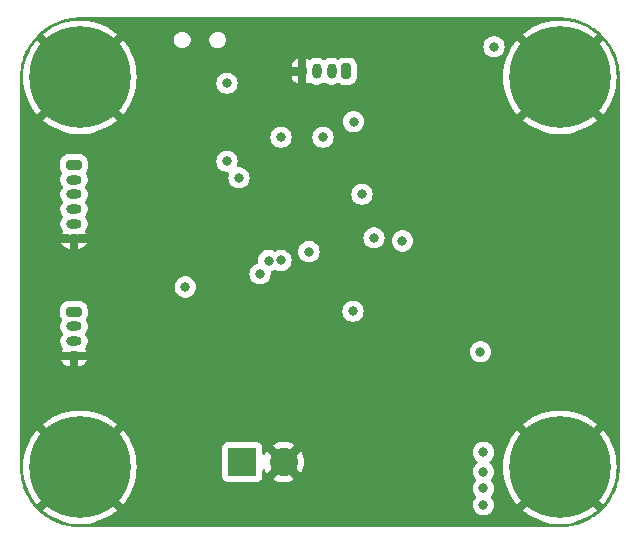
<source format=gbr>
%TF.GenerationSoftware,KiCad,Pcbnew,7.0.10*%
%TF.CreationDate,2024-03-14T18:53:23+05:30*%
%TF.ProjectId,STM32_4LAYER,53544d33-325f-4344-9c41-5945522e6b69,rev?*%
%TF.SameCoordinates,Original*%
%TF.FileFunction,Copper,L2,Inr*%
%TF.FilePolarity,Positive*%
%FSLAX46Y46*%
G04 Gerber Fmt 4.6, Leading zero omitted, Abs format (unit mm)*
G04 Created by KiCad (PCBNEW 7.0.10) date 2024-03-14 18:53:23*
%MOMM*%
%LPD*%
G01*
G04 APERTURE LIST*
G04 Aperture macros list*
%AMRoundRect*
0 Rectangle with rounded corners*
0 $1 Rounding radius*
0 $2 $3 $4 $5 $6 $7 $8 $9 X,Y pos of 4 corners*
0 Add a 4 corners polygon primitive as box body*
4,1,4,$2,$3,$4,$5,$6,$7,$8,$9,$2,$3,0*
0 Add four circle primitives for the rounded corners*
1,1,$1+$1,$2,$3*
1,1,$1+$1,$4,$5*
1,1,$1+$1,$6,$7*
1,1,$1+$1,$8,$9*
0 Add four rect primitives between the rounded corners*
20,1,$1+$1,$2,$3,$4,$5,0*
20,1,$1+$1,$4,$5,$6,$7,0*
20,1,$1+$1,$6,$7,$8,$9,0*
20,1,$1+$1,$8,$9,$2,$3,0*%
G04 Aperture macros list end*
%TA.AperFunction,ComponentPad*%
%ADD10RoundRect,0.200000X-0.450000X0.200000X-0.450000X-0.200000X0.450000X-0.200000X0.450000X0.200000X0*%
%TD*%
%TA.AperFunction,ComponentPad*%
%ADD11O,1.300000X0.800000*%
%TD*%
%TA.AperFunction,ComponentPad*%
%ADD12RoundRect,0.200000X0.200000X0.450000X-0.200000X0.450000X-0.200000X-0.450000X0.200000X-0.450000X0*%
%TD*%
%TA.AperFunction,ComponentPad*%
%ADD13O,0.800000X1.300000*%
%TD*%
%TA.AperFunction,ComponentPad*%
%ADD14C,0.900000*%
%TD*%
%TA.AperFunction,ComponentPad*%
%ADD15C,8.600000*%
%TD*%
%TA.AperFunction,ComponentPad*%
%ADD16R,2.400000X2.400000*%
%TD*%
%TA.AperFunction,ComponentPad*%
%ADD17C,2.400000*%
%TD*%
%TA.AperFunction,ViaPad*%
%ADD18C,0.800000*%
%TD*%
G04 APERTURE END LIST*
D10*
%TO.N,+3.3V*%
%TO.C,J5*%
X154430200Y-98582000D03*
D11*
%TO.N,TX*%
X154430200Y-99832000D03*
%TO.N,RX*%
X154430200Y-101082000D03*
%TO.N,GND*%
X154430200Y-102332000D03*
%TD*%
D12*
%TO.N,+3.3V*%
%TO.C,J4*%
X177490600Y-78230200D03*
D13*
%TO.N,SCL*%
X176240600Y-78230200D03*
%TO.N,SDA*%
X174990600Y-78230200D03*
%TO.N,GND*%
X173740600Y-78230200D03*
%TD*%
D14*
%TO.N,GND*%
%TO.C,H2*%
X192355000Y-78740000D03*
X193299581Y-76459581D03*
X193299581Y-81020419D03*
X195580000Y-75515000D03*
D15*
X195580000Y-78740000D03*
D14*
X195580000Y-81965000D03*
X197860419Y-76459581D03*
X197860419Y-81020419D03*
X198805000Y-78740000D03*
%TD*%
%TO.N,GND*%
%TO.C,H4*%
X192355000Y-111760000D03*
X193299581Y-109479581D03*
X193299581Y-114040419D03*
X195580000Y-108535000D03*
D15*
X195580000Y-111760000D03*
D14*
X195580000Y-114985000D03*
X197860419Y-109479581D03*
X197860419Y-114040419D03*
X198805000Y-111760000D03*
%TD*%
D10*
%TO.N,+3.3V*%
%TO.C,J6*%
X154432000Y-86155200D03*
D11*
%TO.N,MOSI*%
X154432000Y-87405200D03*
%TO.N,MISO*%
X154432000Y-88655200D03*
%TO.N,SCK*%
X154432000Y-89905200D03*
%TO.N,NSS*%
X154432000Y-91155200D03*
%TO.N,GND*%
X154432000Y-92405200D03*
%TD*%
D14*
%TO.N,GND*%
%TO.C,H3*%
X151715000Y-111760000D03*
X152659581Y-109479581D03*
X152659581Y-114040419D03*
X154940000Y-108535000D03*
D15*
X154940000Y-111760000D03*
D14*
X154940000Y-114985000D03*
X157220419Y-109479581D03*
X157220419Y-114040419D03*
X158165000Y-111760000D03*
%TD*%
D16*
%TO.N,VCC*%
%TO.C,J2*%
X168684000Y-111314000D03*
D17*
%TO.N,GND*%
X172184000Y-111314000D03*
%TD*%
D14*
%TO.N,GND*%
%TO.C,H1*%
X151715000Y-78740000D03*
X152659581Y-76459581D03*
X152659581Y-81020419D03*
X154940000Y-75515000D03*
D15*
X154940000Y-78740000D03*
D14*
X154940000Y-81965000D03*
X157220419Y-76459581D03*
X157220419Y-81020419D03*
X158165000Y-78740000D03*
%TD*%
D18*
%TO.N,GND*%
X191643000Y-90424000D03*
X192659000Y-90424000D03*
X190011000Y-77705000D03*
X181610000Y-76073000D03*
X193675000Y-90424000D03*
X179832000Y-90750000D03*
X175768000Y-100076000D03*
X161163000Y-93091000D03*
X165481000Y-93980000D03*
X165735000Y-90932000D03*
X165100000Y-84201000D03*
X170307000Y-84582000D03*
%TO.N,+3.3V*%
X168402000Y-87249000D03*
X188849000Y-101981000D03*
X189992000Y-76155000D03*
X163852331Y-96497669D03*
%TO.N,SCK*%
X170180000Y-95377000D03*
%TO.N,MISO*%
X170926751Y-94263413D03*
%TO.N,MOSI*%
X171958000Y-94250000D03*
%TO.N,+3.3V*%
X178816000Y-88646000D03*
X178054000Y-98552000D03*
X167386000Y-79248000D03*
%TO.N,GND*%
X162814000Y-79248000D03*
%TO.N,+3.3V*%
X171958000Y-83820000D03*
X167386000Y-85852000D03*
X175514000Y-83820000D03*
%TO.N,NRST*%
X178104800Y-82499200D03*
X174320200Y-93497400D03*
%TO.N,GND*%
X181864000Y-99314000D03*
X181864000Y-100584000D03*
X194056000Y-105029000D03*
X192913000Y-105029000D03*
X191770000Y-105029000D03*
%TO.N,+3.3V*%
X189103000Y-110490000D03*
X189103000Y-112141000D03*
X189103000Y-113538000D03*
X189103000Y-114935000D03*
%TO.N,GND*%
X178435000Y-109474000D03*
X177165000Y-109474000D03*
X175895000Y-109474000D03*
X175895000Y-108077000D03*
X177165000Y-108077000D03*
X178562000Y-108077000D03*
X179832000Y-108077000D03*
X181864000Y-101727000D03*
X180594000Y-101727000D03*
X187960000Y-106299000D03*
X187960000Y-105156000D03*
%TO.N,USB_D-*%
X182245000Y-92598400D03*
X179832000Y-92329000D03*
%TD*%
%TA.AperFunction,Conductor*%
%TO.N,GND*%
G36*
X195582562Y-73660605D02*
G01*
X195797373Y-73669490D01*
X196000249Y-73678348D01*
X196010120Y-73679177D01*
X196225510Y-73706026D01*
X196225963Y-73706084D01*
X196428504Y-73732749D01*
X196437718Y-73734319D01*
X196649797Y-73778787D01*
X196650827Y-73779009D01*
X196850566Y-73823290D01*
X196859092Y-73825502D01*
X196996957Y-73866546D01*
X197066503Y-73887251D01*
X197068407Y-73887835D01*
X197119925Y-73904078D01*
X197263404Y-73949316D01*
X197271119Y-73952034D01*
X197472754Y-74030712D01*
X197475027Y-74031626D01*
X197663987Y-74109896D01*
X197670965Y-74113043D01*
X197865405Y-74208098D01*
X197868080Y-74209449D01*
X197958300Y-74256415D01*
X198049482Y-74303882D01*
X198055698Y-74307348D01*
X198241533Y-74418081D01*
X198244685Y-74420024D01*
X198417116Y-74529875D01*
X198422545Y-74533538D01*
X198598570Y-74659218D01*
X198602002Y-74661759D01*
X198764219Y-74786232D01*
X198768874Y-74789985D01*
X198933920Y-74929771D01*
X198937552Y-74932972D01*
X199088327Y-75071132D01*
X199092235Y-75074873D01*
X199245125Y-75227763D01*
X199248866Y-75231671D01*
X199387026Y-75382446D01*
X199390227Y-75386078D01*
X199530013Y-75551124D01*
X199533766Y-75555779D01*
X199658239Y-75717996D01*
X199660780Y-75721428D01*
X199786460Y-75897453D01*
X199790123Y-75902882D01*
X199899974Y-76075313D01*
X199901917Y-76078465D01*
X200012650Y-76264300D01*
X200016116Y-76270516D01*
X200110534Y-76451889D01*
X200111946Y-76454686D01*
X200206942Y-76649004D01*
X200210102Y-76656011D01*
X200288351Y-76844920D01*
X200289307Y-76847298D01*
X200325149Y-76939151D01*
X200355191Y-77016144D01*
X200367949Y-77048838D01*
X200370693Y-77056627D01*
X200432163Y-77251591D01*
X200432747Y-77253495D01*
X200494494Y-77460898D01*
X200496710Y-77469441D01*
X200540949Y-77668987D01*
X200541249Y-77670380D01*
X200585675Y-77882260D01*
X200587253Y-77891521D01*
X200613887Y-78093829D01*
X200613996Y-78094676D01*
X200640818Y-78309849D01*
X200641652Y-78319778D01*
X200650512Y-78522701D01*
X200650524Y-78522986D01*
X200659394Y-78737438D01*
X200659500Y-78742562D01*
X200659500Y-111757437D01*
X200659394Y-111762561D01*
X200650524Y-111977013D01*
X200650512Y-111977298D01*
X200641652Y-112180220D01*
X200640818Y-112190149D01*
X200613996Y-112405322D01*
X200613887Y-112406169D01*
X200587253Y-112608477D01*
X200585675Y-112617738D01*
X200541249Y-112829618D01*
X200540949Y-112831011D01*
X200496710Y-113030557D01*
X200494494Y-113039100D01*
X200432747Y-113246503D01*
X200432163Y-113248407D01*
X200370693Y-113443371D01*
X200367949Y-113451160D01*
X200289307Y-113652700D01*
X200288351Y-113655078D01*
X200210102Y-113843987D01*
X200206942Y-113850994D01*
X200111946Y-114045312D01*
X200110534Y-114048109D01*
X200016116Y-114229482D01*
X200012650Y-114235698D01*
X199901917Y-114421533D01*
X199899974Y-114424685D01*
X199790123Y-114597116D01*
X199786460Y-114602545D01*
X199660780Y-114778570D01*
X199658239Y-114782002D01*
X199533766Y-114944219D01*
X199530013Y-114948874D01*
X199390227Y-115113920D01*
X199387026Y-115117552D01*
X199248866Y-115268327D01*
X199245125Y-115272235D01*
X199092235Y-115425125D01*
X199088327Y-115428866D01*
X198937552Y-115567026D01*
X198933920Y-115570227D01*
X198768874Y-115710013D01*
X198764219Y-115713766D01*
X198602002Y-115838239D01*
X198598570Y-115840780D01*
X198422545Y-115966460D01*
X198417116Y-115970123D01*
X198244685Y-116079974D01*
X198241533Y-116081917D01*
X198055698Y-116192650D01*
X198049482Y-116196116D01*
X197868109Y-116290534D01*
X197865312Y-116291946D01*
X197670994Y-116386942D01*
X197663987Y-116390102D01*
X197475078Y-116468351D01*
X197472700Y-116469307D01*
X197271160Y-116547949D01*
X197263371Y-116550693D01*
X197068407Y-116612163D01*
X197066503Y-116612747D01*
X196859100Y-116674494D01*
X196850557Y-116676710D01*
X196651011Y-116720949D01*
X196649618Y-116721249D01*
X196437738Y-116765675D01*
X196428477Y-116767253D01*
X196226169Y-116793887D01*
X196225322Y-116793996D01*
X196010149Y-116820818D01*
X196000220Y-116821652D01*
X195797408Y-116830507D01*
X195797124Y-116830519D01*
X195582563Y-116839394D01*
X195577438Y-116839500D01*
X154942562Y-116839500D01*
X154937437Y-116839394D01*
X154722874Y-116830519D01*
X154722590Y-116830507D01*
X154519778Y-116821652D01*
X154509849Y-116820818D01*
X154294676Y-116793996D01*
X154293829Y-116793887D01*
X154091521Y-116767253D01*
X154082260Y-116765675D01*
X153870380Y-116721249D01*
X153868987Y-116720949D01*
X153669441Y-116676710D01*
X153660898Y-116674494D01*
X153453495Y-116612747D01*
X153451591Y-116612163D01*
X153256627Y-116550693D01*
X153248845Y-116547951D01*
X153118255Y-116496995D01*
X153047298Y-116469307D01*
X153044920Y-116468351D01*
X152856011Y-116390102D01*
X152849004Y-116386942D01*
X152654657Y-116291931D01*
X152651889Y-116290534D01*
X152470516Y-116196116D01*
X152464300Y-116192650D01*
X152278465Y-116081917D01*
X152275313Y-116079974D01*
X152102882Y-115970123D01*
X152097453Y-115966460D01*
X151921428Y-115840780D01*
X151917996Y-115838239D01*
X151755779Y-115713766D01*
X151751124Y-115710013D01*
X151586078Y-115570227D01*
X151582446Y-115567026D01*
X151431671Y-115428866D01*
X151427763Y-115425125D01*
X151274873Y-115272235D01*
X151271132Y-115268327D01*
X151132972Y-115117552D01*
X151129771Y-115113920D01*
X150989985Y-114948874D01*
X150986232Y-114944219D01*
X150861759Y-114782002D01*
X150859218Y-114778570D01*
X150733538Y-114602545D01*
X150729875Y-114597116D01*
X150710512Y-114566722D01*
X150620015Y-114424671D01*
X150618081Y-114421533D01*
X150507348Y-114235698D01*
X150503882Y-114229482D01*
X150456415Y-114138300D01*
X150409449Y-114048080D01*
X150408098Y-114045405D01*
X150313043Y-113850965D01*
X150309896Y-113843987D01*
X150231626Y-113655027D01*
X150230712Y-113652754D01*
X150152034Y-113451119D01*
X150149316Y-113443404D01*
X150087835Y-113248407D01*
X150087251Y-113246503D01*
X150025504Y-113039100D01*
X150023288Y-113030557D01*
X150019728Y-113014498D01*
X149979009Y-112830827D01*
X149978787Y-112829797D01*
X149934319Y-112617718D01*
X149932749Y-112608504D01*
X149906084Y-112405963D01*
X149906026Y-112405510D01*
X149879177Y-112190120D01*
X149878348Y-112180249D01*
X149869487Y-111977298D01*
X149860606Y-111762561D01*
X149860553Y-111760003D01*
X150135162Y-111760003D01*
X150154504Y-112190692D01*
X150154505Y-112190701D01*
X150212378Y-112617938D01*
X150308313Y-113038258D01*
X150441542Y-113448296D01*
X150441545Y-113448304D01*
X150610985Y-113844730D01*
X150610989Y-113844738D01*
X150815294Y-114224399D01*
X151052799Y-114584207D01*
X151052800Y-114584208D01*
X151289122Y-114880546D01*
X153174682Y-112994986D01*
X153179410Y-113002760D01*
X153365031Y-113230918D01*
X153579990Y-113431676D01*
X153708172Y-113522156D01*
X151821224Y-115409104D01*
X151821224Y-115409105D01*
X151944235Y-115516576D01*
X152293024Y-115769986D01*
X152663140Y-115991120D01*
X152663146Y-115991123D01*
X153051569Y-116178178D01*
X153051583Y-116178184D01*
X153455209Y-116329667D01*
X153455234Y-116329675D01*
X153870816Y-116444369D01*
X154295023Y-116521351D01*
X154724435Y-116559999D01*
X154724438Y-116560000D01*
X155155562Y-116560000D01*
X155155564Y-116559999D01*
X155584976Y-116521351D01*
X156009183Y-116444369D01*
X156424765Y-116329675D01*
X156424790Y-116329667D01*
X156828416Y-116178184D01*
X156828430Y-116178178D01*
X157216853Y-115991123D01*
X157216859Y-115991120D01*
X157586975Y-115769986D01*
X157935755Y-115516582D01*
X157935785Y-115516558D01*
X158058774Y-115409105D01*
X158058774Y-115409104D01*
X157584670Y-114935000D01*
X188197540Y-114935000D01*
X188217326Y-115123256D01*
X188217327Y-115123259D01*
X188275818Y-115303277D01*
X188275821Y-115303284D01*
X188370467Y-115467216D01*
X188460337Y-115567026D01*
X188497129Y-115607888D01*
X188650265Y-115719148D01*
X188650270Y-115719151D01*
X188823192Y-115796142D01*
X188823197Y-115796144D01*
X189008354Y-115835500D01*
X189008355Y-115835500D01*
X189197644Y-115835500D01*
X189197646Y-115835500D01*
X189382803Y-115796144D01*
X189555730Y-115719151D01*
X189708871Y-115607888D01*
X189835533Y-115467216D01*
X189930179Y-115303284D01*
X189988674Y-115123256D01*
X190008460Y-114935000D01*
X189988674Y-114746744D01*
X189930179Y-114566716D01*
X189835533Y-114402784D01*
X189760517Y-114319471D01*
X189730288Y-114256481D01*
X189738913Y-114187146D01*
X189760518Y-114153528D01*
X189835533Y-114070216D01*
X189930179Y-113906284D01*
X189988674Y-113726256D01*
X190008460Y-113538000D01*
X189988674Y-113349744D01*
X189930179Y-113169716D01*
X189835533Y-113005784D01*
X189760517Y-112922471D01*
X189730288Y-112859481D01*
X189738913Y-112790146D01*
X189760518Y-112756528D01*
X189760692Y-112756335D01*
X189835533Y-112673216D01*
X189930179Y-112509284D01*
X189988674Y-112329256D01*
X190008460Y-112141000D01*
X189988674Y-111952744D01*
X189930179Y-111772716D01*
X189922839Y-111760003D01*
X190775162Y-111760003D01*
X190794504Y-112190692D01*
X190794505Y-112190701D01*
X190852378Y-112617938D01*
X190948313Y-113038258D01*
X191081542Y-113448296D01*
X191081545Y-113448304D01*
X191250985Y-113844730D01*
X191250989Y-113844738D01*
X191455294Y-114224399D01*
X191692799Y-114584207D01*
X191692800Y-114584208D01*
X191929122Y-114880546D01*
X193814682Y-112994986D01*
X193819410Y-113002760D01*
X194005031Y-113230918D01*
X194219990Y-113431676D01*
X194348172Y-113522156D01*
X192461224Y-115409104D01*
X192461224Y-115409105D01*
X192584235Y-115516576D01*
X192933024Y-115769986D01*
X193303140Y-115991120D01*
X193303146Y-115991123D01*
X193691569Y-116178178D01*
X193691583Y-116178184D01*
X194095209Y-116329667D01*
X194095234Y-116329675D01*
X194510816Y-116444369D01*
X194935023Y-116521351D01*
X195364435Y-116559999D01*
X195364438Y-116560000D01*
X195795562Y-116560000D01*
X195795564Y-116559999D01*
X196224976Y-116521351D01*
X196649183Y-116444369D01*
X197064765Y-116329675D01*
X197064790Y-116329667D01*
X197468416Y-116178184D01*
X197468430Y-116178178D01*
X197856853Y-115991123D01*
X197856859Y-115991120D01*
X198226975Y-115769986D01*
X198575755Y-115516582D01*
X198575785Y-115516558D01*
X198698774Y-115409105D01*
X198698774Y-115409104D01*
X196811827Y-113522157D01*
X196940010Y-113431676D01*
X197154969Y-113230918D01*
X197340590Y-113002760D01*
X197345316Y-112994987D01*
X199230875Y-114880546D01*
X199467199Y-114584208D01*
X199467200Y-114584207D01*
X199704705Y-114224399D01*
X199909010Y-113844738D01*
X199909014Y-113844730D01*
X200078454Y-113448304D01*
X200078457Y-113448296D01*
X200211686Y-113038258D01*
X200307621Y-112617938D01*
X200365494Y-112190701D01*
X200365495Y-112190692D01*
X200384838Y-111760003D01*
X200384838Y-111759996D01*
X200365495Y-111329307D01*
X200365494Y-111329298D01*
X200307621Y-110902061D01*
X200211686Y-110481741D01*
X200078457Y-110071703D01*
X200078454Y-110071695D01*
X199909014Y-109675269D01*
X199909010Y-109675261D01*
X199704705Y-109295600D01*
X199467200Y-108935792D01*
X199467199Y-108935791D01*
X199230875Y-108639452D01*
X197345316Y-110525011D01*
X197340590Y-110517240D01*
X197154969Y-110289082D01*
X196940010Y-110088324D01*
X196811826Y-109997841D01*
X198698774Y-108110894D01*
X198698774Y-108110893D01*
X198575764Y-108003423D01*
X198226975Y-107750013D01*
X197856859Y-107528879D01*
X197856853Y-107528876D01*
X197468430Y-107341821D01*
X197468416Y-107341815D01*
X197064790Y-107190332D01*
X197064765Y-107190324D01*
X196649183Y-107075630D01*
X196224976Y-106998648D01*
X195795564Y-106960000D01*
X195364435Y-106960000D01*
X194935023Y-106998648D01*
X194510816Y-107075630D01*
X194095234Y-107190324D01*
X194095209Y-107190332D01*
X193691583Y-107341815D01*
X193691569Y-107341821D01*
X193303146Y-107528876D01*
X193303140Y-107528879D01*
X192933024Y-107750013D01*
X192584242Y-108003419D01*
X192461224Y-108110894D01*
X194348172Y-109997842D01*
X194219990Y-110088324D01*
X194005031Y-110289082D01*
X193819410Y-110517240D01*
X193814683Y-110525013D01*
X191929122Y-108639452D01*
X191692800Y-108935791D01*
X191692799Y-108935792D01*
X191455294Y-109295600D01*
X191250989Y-109675261D01*
X191250985Y-109675269D01*
X191081545Y-110071695D01*
X191081542Y-110071703D01*
X190948313Y-110481741D01*
X190852378Y-110902061D01*
X190794505Y-111329298D01*
X190794504Y-111329307D01*
X190775162Y-111759996D01*
X190775162Y-111760003D01*
X189922839Y-111760003D01*
X189835533Y-111608784D01*
X189708871Y-111468112D01*
X189636893Y-111415817D01*
X189594228Y-111360489D01*
X189588249Y-111290875D01*
X189620854Y-111229080D01*
X189636894Y-111215182D01*
X189708871Y-111162888D01*
X189835533Y-111022216D01*
X189930179Y-110858284D01*
X189988674Y-110678256D01*
X190008460Y-110490000D01*
X189988674Y-110301744D01*
X189930179Y-110121716D01*
X189835533Y-109957784D01*
X189708871Y-109817112D01*
X189662454Y-109783388D01*
X189555734Y-109705851D01*
X189555729Y-109705848D01*
X189382807Y-109628857D01*
X189382802Y-109628855D01*
X189237001Y-109597865D01*
X189197646Y-109589500D01*
X189008354Y-109589500D01*
X188975897Y-109596398D01*
X188823197Y-109628855D01*
X188823192Y-109628857D01*
X188650270Y-109705848D01*
X188650265Y-109705851D01*
X188497129Y-109817111D01*
X188370466Y-109957785D01*
X188275821Y-110121715D01*
X188275818Y-110121722D01*
X188221440Y-110289082D01*
X188217326Y-110301744D01*
X188197540Y-110490000D01*
X188217326Y-110678256D01*
X188217327Y-110678259D01*
X188275818Y-110858277D01*
X188275821Y-110858284D01*
X188370467Y-111022216D01*
X188384973Y-111038326D01*
X188492159Y-111157369D01*
X188497129Y-111162888D01*
X188569106Y-111215182D01*
X188611771Y-111270512D01*
X188617750Y-111340125D01*
X188585144Y-111401920D01*
X188569106Y-111415818D01*
X188497127Y-111468113D01*
X188370466Y-111608785D01*
X188275821Y-111772715D01*
X188275818Y-111772722D01*
X188217327Y-111952740D01*
X188217326Y-111952744D01*
X188197540Y-112141000D01*
X188217326Y-112329256D01*
X188217327Y-112329259D01*
X188275818Y-112509277D01*
X188275821Y-112509284D01*
X188370467Y-112673216D01*
X188411135Y-112718382D01*
X188445481Y-112756528D01*
X188475711Y-112819520D01*
X188467085Y-112888855D01*
X188445481Y-112922472D01*
X188370466Y-113005785D01*
X188275821Y-113169715D01*
X188275818Y-113169722D01*
X188217327Y-113349740D01*
X188217326Y-113349744D01*
X188197540Y-113538000D01*
X188217326Y-113726256D01*
X188217327Y-113726259D01*
X188275818Y-113906277D01*
X188275821Y-113906284D01*
X188370467Y-114070216D01*
X188411135Y-114115382D01*
X188445481Y-114153528D01*
X188475711Y-114216520D01*
X188467085Y-114285855D01*
X188445481Y-114319472D01*
X188370466Y-114402785D01*
X188275821Y-114566715D01*
X188275818Y-114566722D01*
X188217327Y-114746740D01*
X188217326Y-114746744D01*
X188197540Y-114935000D01*
X157584670Y-114935000D01*
X156171827Y-113522157D01*
X156300010Y-113431676D01*
X156514969Y-113230918D01*
X156700590Y-113002760D01*
X156705316Y-112994987D01*
X158590875Y-114880546D01*
X158827199Y-114584208D01*
X158827200Y-114584207D01*
X159064705Y-114224399D01*
X159269010Y-113844738D01*
X159269014Y-113844730D01*
X159438454Y-113448304D01*
X159438457Y-113448296D01*
X159571686Y-113038258D01*
X159667621Y-112617938D01*
X159675216Y-112561870D01*
X166983500Y-112561870D01*
X166983501Y-112561876D01*
X166989908Y-112621483D01*
X167040202Y-112756328D01*
X167040206Y-112756335D01*
X167126452Y-112871544D01*
X167126455Y-112871547D01*
X167241664Y-112957793D01*
X167241671Y-112957797D01*
X167376517Y-113008091D01*
X167376516Y-113008091D01*
X167383444Y-113008835D01*
X167436127Y-113014500D01*
X169931872Y-113014499D01*
X169991483Y-113008091D01*
X170126331Y-112957796D01*
X170241546Y-112871546D01*
X170327796Y-112756331D01*
X170378091Y-112621483D01*
X170384500Y-112561873D01*
X170384499Y-112037487D01*
X170404183Y-111970451D01*
X170456987Y-111924696D01*
X170526146Y-111914752D01*
X170589702Y-111943777D01*
X170623927Y-111992187D01*
X170648059Y-112053673D01*
X170745399Y-112222270D01*
X171587530Y-111380139D01*
X171599444Y-111470631D01*
X171659901Y-111616588D01*
X171756075Y-111741925D01*
X171881412Y-111838099D01*
X172027369Y-111898556D01*
X172117860Y-111910469D01*
X171275925Y-112752402D01*
X171331616Y-112790371D01*
X171331622Y-112790374D01*
X171561176Y-112900921D01*
X171561174Y-112900921D01*
X171804652Y-112976024D01*
X171804658Y-112976026D01*
X172056595Y-113013999D01*
X172056604Y-113014000D01*
X172311396Y-113014000D01*
X172311404Y-113013999D01*
X172563341Y-112976026D01*
X172563347Y-112976024D01*
X172806824Y-112900921D01*
X173036381Y-112790373D01*
X173092073Y-112752402D01*
X172250139Y-111910469D01*
X172340631Y-111898556D01*
X172486588Y-111838099D01*
X172611925Y-111741925D01*
X172708099Y-111616589D01*
X172768556Y-111470631D01*
X172780469Y-111380139D01*
X173622599Y-112222270D01*
X173622600Y-112222270D01*
X173719941Y-112053671D01*
X173813026Y-111816494D01*
X173813031Y-111816477D01*
X173869726Y-111568079D01*
X173888767Y-111314004D01*
X173888767Y-111313995D01*
X173869726Y-111059920D01*
X173813031Y-110811522D01*
X173813026Y-110811505D01*
X173719941Y-110574328D01*
X173719942Y-110574328D01*
X173622599Y-110405728D01*
X172780469Y-111247859D01*
X172768556Y-111157369D01*
X172708099Y-111011412D01*
X172611925Y-110886075D01*
X172486588Y-110789901D01*
X172340631Y-110729444D01*
X172250140Y-110717530D01*
X173092073Y-109875596D01*
X173036384Y-109837628D01*
X173036376Y-109837623D01*
X172806823Y-109727078D01*
X172806825Y-109727078D01*
X172563347Y-109651975D01*
X172563341Y-109651973D01*
X172311404Y-109614000D01*
X172056595Y-109614000D01*
X171804658Y-109651973D01*
X171804652Y-109651975D01*
X171561178Y-109727077D01*
X171331618Y-109837627D01*
X171331612Y-109837630D01*
X171275926Y-109875596D01*
X172117860Y-110717530D01*
X172027369Y-110729444D01*
X171881412Y-110789901D01*
X171756075Y-110886075D01*
X171659901Y-111011411D01*
X171599444Y-111157369D01*
X171587530Y-111247859D01*
X170745399Y-110405729D01*
X170648059Y-110574326D01*
X170623927Y-110635814D01*
X170581111Y-110691027D01*
X170515241Y-110714328D01*
X170447230Y-110698317D01*
X170398672Y-110648079D01*
X170384499Y-110590511D01*
X170384499Y-110066129D01*
X170384498Y-110066123D01*
X170384497Y-110066116D01*
X170378091Y-110006517D01*
X170327796Y-109871669D01*
X170327795Y-109871668D01*
X170327793Y-109871664D01*
X170241547Y-109756455D01*
X170241544Y-109756452D01*
X170126335Y-109670206D01*
X170126328Y-109670202D01*
X169991482Y-109619908D01*
X169991483Y-109619908D01*
X169931883Y-109613501D01*
X169931881Y-109613500D01*
X169931873Y-109613500D01*
X169931864Y-109613500D01*
X167436129Y-109613500D01*
X167436123Y-109613501D01*
X167376516Y-109619908D01*
X167241671Y-109670202D01*
X167241664Y-109670206D01*
X167126455Y-109756452D01*
X167126452Y-109756455D01*
X167040206Y-109871664D01*
X167040202Y-109871671D01*
X166989908Y-110006517D01*
X166983501Y-110066116D01*
X166983501Y-110066123D01*
X166983500Y-110066135D01*
X166983500Y-112561870D01*
X159675216Y-112561870D01*
X159725494Y-112190701D01*
X159725495Y-112190692D01*
X159744838Y-111760003D01*
X159744838Y-111759996D01*
X159725495Y-111329307D01*
X159725494Y-111329298D01*
X159667621Y-110902061D01*
X159571686Y-110481741D01*
X159438457Y-110071703D01*
X159438454Y-110071695D01*
X159269014Y-109675269D01*
X159269010Y-109675261D01*
X159064705Y-109295600D01*
X158827200Y-108935792D01*
X158827199Y-108935791D01*
X158590875Y-108639452D01*
X156705316Y-110525011D01*
X156700590Y-110517240D01*
X156514969Y-110289082D01*
X156300010Y-110088324D01*
X156171826Y-109997841D01*
X158058774Y-108110894D01*
X158058774Y-108110893D01*
X157935764Y-108003423D01*
X157586975Y-107750013D01*
X157216859Y-107528879D01*
X157216853Y-107528876D01*
X156828430Y-107341821D01*
X156828416Y-107341815D01*
X156424790Y-107190332D01*
X156424765Y-107190324D01*
X156009183Y-107075630D01*
X155584976Y-106998648D01*
X155155564Y-106960000D01*
X154724435Y-106960000D01*
X154295023Y-106998648D01*
X153870816Y-107075630D01*
X153455234Y-107190324D01*
X153455209Y-107190332D01*
X153051583Y-107341815D01*
X153051569Y-107341821D01*
X152663146Y-107528876D01*
X152663140Y-107528879D01*
X152293024Y-107750013D01*
X151944242Y-108003419D01*
X151821224Y-108110894D01*
X153708172Y-109997842D01*
X153579990Y-110088324D01*
X153365031Y-110289082D01*
X153179410Y-110517240D01*
X153174683Y-110525013D01*
X151289122Y-108639452D01*
X151052800Y-108935791D01*
X151052799Y-108935792D01*
X150815294Y-109295600D01*
X150610989Y-109675261D01*
X150610985Y-109675269D01*
X150441545Y-110071695D01*
X150441542Y-110071703D01*
X150308313Y-110481741D01*
X150212378Y-110902061D01*
X150154505Y-111329298D01*
X150154504Y-111329307D01*
X150135162Y-111759996D01*
X150135162Y-111760003D01*
X149860553Y-111760003D01*
X149860500Y-111757438D01*
X149860500Y-102707000D01*
X153361989Y-102707000D01*
X153396482Y-102784476D01*
X153507687Y-102937535D01*
X153648281Y-103064127D01*
X153648284Y-103064129D01*
X153812115Y-103158716D01*
X153812127Y-103158721D01*
X153992050Y-103217182D01*
X154055200Y-103223818D01*
X154055200Y-102707000D01*
X154805200Y-102707000D01*
X154805200Y-103223817D01*
X154868349Y-103217182D01*
X155048272Y-103158721D01*
X155048284Y-103158716D01*
X155212115Y-103064129D01*
X155212118Y-103064127D01*
X155352709Y-102937539D01*
X155352711Y-102937536D01*
X155463916Y-102784478D01*
X155498412Y-102707000D01*
X154805200Y-102707000D01*
X154055200Y-102707000D01*
X153361989Y-102707000D01*
X149860500Y-102707000D01*
X149860500Y-102332000D01*
X154175302Y-102332000D01*
X154194705Y-102429545D01*
X154249960Y-102512240D01*
X154332655Y-102567495D01*
X154405576Y-102582000D01*
X154454824Y-102582000D01*
X154527745Y-102567495D01*
X154610440Y-102512240D01*
X154665695Y-102429545D01*
X154685098Y-102332000D01*
X154665695Y-102234455D01*
X154610440Y-102151760D01*
X154527745Y-102096505D01*
X154454824Y-102082000D01*
X154405576Y-102082000D01*
X154332655Y-102096505D01*
X154249960Y-102151760D01*
X154194705Y-102234455D01*
X154175302Y-102332000D01*
X149860500Y-102332000D01*
X149860500Y-101176645D01*
X153279700Y-101176645D01*
X153319055Y-101361802D01*
X153319057Y-101361807D01*
X153396048Y-101534729D01*
X153396051Y-101534734D01*
X153468564Y-101634540D01*
X153492044Y-101700346D01*
X153476218Y-101768400D01*
X153468564Y-101780310D01*
X153396486Y-101879516D01*
X153396483Y-101879521D01*
X153361987Y-101957000D01*
X153939453Y-101957000D01*
X153977771Y-101963069D01*
X153991944Y-101967674D01*
X154133008Y-101982500D01*
X154133012Y-101982500D01*
X154727388Y-101982500D01*
X154727392Y-101982500D01*
X154741664Y-101981000D01*
X187943540Y-101981000D01*
X187963326Y-102169256D01*
X187963327Y-102169259D01*
X188021818Y-102349277D01*
X188021821Y-102349284D01*
X188116467Y-102513216D01*
X188178401Y-102582000D01*
X188243129Y-102653888D01*
X188396265Y-102765148D01*
X188396270Y-102765151D01*
X188569192Y-102842142D01*
X188569197Y-102842144D01*
X188754354Y-102881500D01*
X188754355Y-102881500D01*
X188943644Y-102881500D01*
X188943646Y-102881500D01*
X189128803Y-102842144D01*
X189301730Y-102765151D01*
X189454871Y-102653888D01*
X189581533Y-102513216D01*
X189676179Y-102349284D01*
X189734674Y-102169256D01*
X189754460Y-101981000D01*
X189734674Y-101792744D01*
X189676179Y-101612716D01*
X189581533Y-101448784D01*
X189454871Y-101308112D01*
X189454870Y-101308111D01*
X189301734Y-101196851D01*
X189301729Y-101196848D01*
X189128807Y-101119857D01*
X189128802Y-101119855D01*
X188983001Y-101088865D01*
X188943646Y-101080500D01*
X188754354Y-101080500D01*
X188721897Y-101087398D01*
X188569197Y-101119855D01*
X188569192Y-101119857D01*
X188396270Y-101196848D01*
X188396265Y-101196851D01*
X188243129Y-101308111D01*
X188116466Y-101448785D01*
X188021821Y-101612715D01*
X188021818Y-101612722D01*
X187963327Y-101792740D01*
X187963326Y-101792744D01*
X187943540Y-101981000D01*
X154741664Y-101981000D01*
X154868456Y-101967674D01*
X154882629Y-101963069D01*
X154920947Y-101957000D01*
X155498411Y-101957000D01*
X155498410Y-101956999D01*
X155463917Y-101879523D01*
X155391834Y-101780311D01*
X155368354Y-101714505D01*
X155384179Y-101646451D01*
X155391828Y-101634548D01*
X155464351Y-101534730D01*
X155541344Y-101361803D01*
X155580700Y-101176646D01*
X155580700Y-100987354D01*
X155541344Y-100802197D01*
X155464351Y-100629270D01*
X155464348Y-100629265D01*
X155392144Y-100529885D01*
X155368664Y-100464079D01*
X155384489Y-100396025D01*
X155392144Y-100384115D01*
X155464348Y-100284734D01*
X155464347Y-100284734D01*
X155464351Y-100284730D01*
X155541344Y-100111803D01*
X155580700Y-99926646D01*
X155580700Y-99737354D01*
X155541344Y-99552197D01*
X155496955Y-99452500D01*
X155464351Y-99379270D01*
X155443595Y-99350701D01*
X155420116Y-99284898D01*
X155435941Y-99216844D01*
X155437764Y-99213723D01*
X155523678Y-99071606D01*
X155574286Y-98909196D01*
X155580700Y-98838616D01*
X155580700Y-98552000D01*
X177148540Y-98552000D01*
X177168326Y-98740256D01*
X177168327Y-98740259D01*
X177226818Y-98920277D01*
X177226821Y-98920284D01*
X177321467Y-99084216D01*
X177440886Y-99216844D01*
X177448129Y-99224888D01*
X177601265Y-99336148D01*
X177601270Y-99336151D01*
X177774192Y-99413142D01*
X177774197Y-99413144D01*
X177959354Y-99452500D01*
X177959355Y-99452500D01*
X178148644Y-99452500D01*
X178148646Y-99452500D01*
X178333803Y-99413144D01*
X178506730Y-99336151D01*
X178659871Y-99224888D01*
X178786533Y-99084216D01*
X178881179Y-98920284D01*
X178939674Y-98740256D01*
X178959460Y-98552000D01*
X178939674Y-98363744D01*
X178881179Y-98183716D01*
X178786533Y-98019784D01*
X178659871Y-97879112D01*
X178659870Y-97879111D01*
X178506734Y-97767851D01*
X178506729Y-97767848D01*
X178333807Y-97690857D01*
X178333802Y-97690855D01*
X178188001Y-97659865D01*
X178148646Y-97651500D01*
X177959354Y-97651500D01*
X177926897Y-97658398D01*
X177774197Y-97690855D01*
X177774192Y-97690857D01*
X177601270Y-97767848D01*
X177601265Y-97767851D01*
X177448129Y-97879111D01*
X177321466Y-98019785D01*
X177226821Y-98183715D01*
X177226818Y-98183722D01*
X177180790Y-98325384D01*
X177168326Y-98363744D01*
X177148540Y-98552000D01*
X155580700Y-98552000D01*
X155580700Y-98325384D01*
X155574286Y-98254804D01*
X155523678Y-98092394D01*
X155435672Y-97946815D01*
X155435670Y-97946813D01*
X155435669Y-97946811D01*
X155315388Y-97826530D01*
X155218318Y-97767849D01*
X155169806Y-97738522D01*
X155007396Y-97687914D01*
X155007394Y-97687913D01*
X155007392Y-97687913D01*
X154957978Y-97683423D01*
X154936816Y-97681500D01*
X153923584Y-97681500D01*
X153904345Y-97683248D01*
X153853007Y-97687913D01*
X153690593Y-97738522D01*
X153545011Y-97826530D01*
X153424730Y-97946811D01*
X153336722Y-98092393D01*
X153286113Y-98254807D01*
X153279700Y-98325386D01*
X153279700Y-98838613D01*
X153286113Y-98909192D01*
X153336722Y-99071606D01*
X153422602Y-99213668D01*
X153440438Y-99281223D01*
X153418920Y-99347696D01*
X153416805Y-99350701D01*
X153396048Y-99379271D01*
X153319057Y-99552192D01*
X153319055Y-99552197D01*
X153279700Y-99737354D01*
X153279700Y-99926645D01*
X153319055Y-100111802D01*
X153319057Y-100111807D01*
X153396048Y-100284728D01*
X153468256Y-100384115D01*
X153491735Y-100449922D01*
X153475909Y-100517975D01*
X153468256Y-100529885D01*
X153396048Y-100629271D01*
X153319057Y-100802192D01*
X153319055Y-100802197D01*
X153279700Y-100987354D01*
X153279700Y-101176645D01*
X149860500Y-101176645D01*
X149860500Y-96497669D01*
X162946871Y-96497669D01*
X162966657Y-96685925D01*
X162966658Y-96685928D01*
X163025149Y-96865946D01*
X163025152Y-96865953D01*
X163119798Y-97029885D01*
X163246460Y-97170557D01*
X163399596Y-97281817D01*
X163399601Y-97281820D01*
X163572523Y-97358811D01*
X163572528Y-97358813D01*
X163757685Y-97398169D01*
X163757686Y-97398169D01*
X163946975Y-97398169D01*
X163946977Y-97398169D01*
X164132134Y-97358813D01*
X164305061Y-97281820D01*
X164458202Y-97170557D01*
X164584864Y-97029885D01*
X164679510Y-96865953D01*
X164738005Y-96685925D01*
X164757791Y-96497669D01*
X164738005Y-96309413D01*
X164679510Y-96129385D01*
X164584864Y-95965453D01*
X164458202Y-95824781D01*
X164458201Y-95824780D01*
X164305065Y-95713520D01*
X164305060Y-95713517D01*
X164132138Y-95636526D01*
X164132133Y-95636524D01*
X163986332Y-95605534D01*
X163946977Y-95597169D01*
X163757685Y-95597169D01*
X163725228Y-95604067D01*
X163572528Y-95636524D01*
X163572523Y-95636526D01*
X163399601Y-95713517D01*
X163399596Y-95713520D01*
X163246460Y-95824780D01*
X163119797Y-95965454D01*
X163025152Y-96129384D01*
X163025149Y-96129391D01*
X162977026Y-96277500D01*
X162966657Y-96309413D01*
X162946871Y-96497669D01*
X149860500Y-96497669D01*
X149860500Y-95377000D01*
X169274540Y-95377000D01*
X169294326Y-95565256D01*
X169294327Y-95565259D01*
X169352818Y-95745277D01*
X169352821Y-95745284D01*
X169447467Y-95909216D01*
X169574129Y-96049888D01*
X169727265Y-96161148D01*
X169727270Y-96161151D01*
X169900192Y-96238142D01*
X169900197Y-96238144D01*
X170085354Y-96277500D01*
X170085355Y-96277500D01*
X170274644Y-96277500D01*
X170274646Y-96277500D01*
X170459803Y-96238144D01*
X170632730Y-96161151D01*
X170785871Y-96049888D01*
X170912533Y-95909216D01*
X171007179Y-95745284D01*
X171065674Y-95565256D01*
X171085460Y-95377000D01*
X171073823Y-95266284D01*
X171086392Y-95197558D01*
X171134124Y-95146534D01*
X171171359Y-95132037D01*
X171206554Y-95124557D01*
X171206558Y-95124555D01*
X171206559Y-95124555D01*
X171236684Y-95111142D01*
X171379481Y-95047564D01*
X171380792Y-95046611D01*
X171381680Y-95046294D01*
X171385114Y-95044312D01*
X171385476Y-95044939D01*
X171446593Y-95023123D01*
X171504125Y-95033641D01*
X171505269Y-95034150D01*
X171505270Y-95034151D01*
X171678197Y-95111144D01*
X171863354Y-95150500D01*
X171863355Y-95150500D01*
X172052644Y-95150500D01*
X172052646Y-95150500D01*
X172237803Y-95111144D01*
X172410730Y-95034151D01*
X172563871Y-94922888D01*
X172690533Y-94782216D01*
X172785179Y-94618284D01*
X172843674Y-94438256D01*
X172863460Y-94250000D01*
X172843674Y-94061744D01*
X172785179Y-93881716D01*
X172690533Y-93717784D01*
X172563871Y-93577112D01*
X172563870Y-93577111D01*
X172454157Y-93497400D01*
X173414740Y-93497400D01*
X173434526Y-93685656D01*
X173434527Y-93685659D01*
X173493018Y-93865677D01*
X173493021Y-93865684D01*
X173587667Y-94029616D01*
X173714329Y-94170288D01*
X173867465Y-94281548D01*
X173867470Y-94281551D01*
X174040392Y-94358542D01*
X174040397Y-94358544D01*
X174225554Y-94397900D01*
X174225555Y-94397900D01*
X174414844Y-94397900D01*
X174414846Y-94397900D01*
X174600003Y-94358544D01*
X174772930Y-94281551D01*
X174926071Y-94170288D01*
X175052733Y-94029616D01*
X175147379Y-93865684D01*
X175205874Y-93685656D01*
X175225660Y-93497400D01*
X175205874Y-93309144D01*
X175147379Y-93129116D01*
X175052733Y-92965184D01*
X174926071Y-92824512D01*
X174873971Y-92786659D01*
X174772934Y-92713251D01*
X174772929Y-92713248D01*
X174600007Y-92636257D01*
X174600002Y-92636255D01*
X174454201Y-92605265D01*
X174414846Y-92596900D01*
X174225554Y-92596900D01*
X174193097Y-92603798D01*
X174040397Y-92636255D01*
X174040392Y-92636257D01*
X173867470Y-92713248D01*
X173867465Y-92713251D01*
X173714329Y-92824511D01*
X173587666Y-92965185D01*
X173493021Y-93129115D01*
X173493018Y-93129122D01*
X173459617Y-93231921D01*
X173434526Y-93309144D01*
X173414740Y-93497400D01*
X172454157Y-93497400D01*
X172410734Y-93465851D01*
X172410729Y-93465848D01*
X172237807Y-93388857D01*
X172237802Y-93388855D01*
X172092001Y-93357865D01*
X172052646Y-93349500D01*
X171863354Y-93349500D01*
X171830897Y-93356398D01*
X171678197Y-93388855D01*
X171678192Y-93388857D01*
X171505270Y-93465848D01*
X171505260Y-93465854D01*
X171503937Y-93466816D01*
X171503042Y-93467135D01*
X171499635Y-93469102D01*
X171499275Y-93468478D01*
X171438129Y-93490290D01*
X171380624Y-93479771D01*
X171206558Y-93402270D01*
X171206553Y-93402268D01*
X171060752Y-93371278D01*
X171021397Y-93362913D01*
X170832105Y-93362913D01*
X170799648Y-93369811D01*
X170646948Y-93402268D01*
X170646943Y-93402270D01*
X170474021Y-93479261D01*
X170474016Y-93479264D01*
X170320880Y-93590524D01*
X170194217Y-93731198D01*
X170099572Y-93895128D01*
X170099569Y-93895135D01*
X170055874Y-94029616D01*
X170041077Y-94075157D01*
X170021291Y-94263413D01*
X170031289Y-94358544D01*
X170032927Y-94374124D01*
X170020357Y-94442854D01*
X169972625Y-94493877D01*
X169935390Y-94508375D01*
X169908216Y-94514151D01*
X169900197Y-94515856D01*
X169900196Y-94515856D01*
X169900193Y-94515857D01*
X169900192Y-94515857D01*
X169727270Y-94592848D01*
X169727265Y-94592851D01*
X169574129Y-94704111D01*
X169447466Y-94844785D01*
X169352821Y-95008715D01*
X169352818Y-95008722D01*
X169294327Y-95188740D01*
X169294326Y-95188744D01*
X169274540Y-95377000D01*
X149860500Y-95377000D01*
X149860500Y-92780200D01*
X153363789Y-92780200D01*
X153398282Y-92857676D01*
X153509487Y-93010735D01*
X153650081Y-93137327D01*
X153650084Y-93137329D01*
X153813915Y-93231916D01*
X153813927Y-93231921D01*
X153993850Y-93290382D01*
X154057000Y-93297018D01*
X154057000Y-92780200D01*
X154807000Y-92780200D01*
X154807000Y-93297017D01*
X154870149Y-93290382D01*
X155050072Y-93231921D01*
X155050084Y-93231916D01*
X155213915Y-93137329D01*
X155213918Y-93137327D01*
X155354509Y-93010739D01*
X155354511Y-93010736D01*
X155465716Y-92857678D01*
X155500212Y-92780200D01*
X154807000Y-92780200D01*
X154057000Y-92780200D01*
X153363789Y-92780200D01*
X149860500Y-92780200D01*
X149860500Y-92405200D01*
X154177102Y-92405200D01*
X154196505Y-92502745D01*
X154251760Y-92585440D01*
X154334455Y-92640695D01*
X154407376Y-92655200D01*
X154456624Y-92655200D01*
X154529545Y-92640695D01*
X154612240Y-92585440D01*
X154667495Y-92502745D01*
X154686898Y-92405200D01*
X154671741Y-92329000D01*
X178926540Y-92329000D01*
X178946326Y-92517256D01*
X178946327Y-92517259D01*
X179004818Y-92697277D01*
X179004821Y-92697284D01*
X179099467Y-92861216D01*
X179194425Y-92966677D01*
X179226129Y-93001888D01*
X179379265Y-93113148D01*
X179379270Y-93113151D01*
X179552192Y-93190142D01*
X179552197Y-93190144D01*
X179737354Y-93229500D01*
X179737355Y-93229500D01*
X179926644Y-93229500D01*
X179926646Y-93229500D01*
X180111803Y-93190144D01*
X180284730Y-93113151D01*
X180437871Y-93001888D01*
X180564533Y-92861216D01*
X180659179Y-92697284D01*
X180691309Y-92598400D01*
X181339540Y-92598400D01*
X181359326Y-92786656D01*
X181359327Y-92786659D01*
X181417818Y-92966677D01*
X181417821Y-92966684D01*
X181512467Y-93130616D01*
X181601503Y-93229500D01*
X181639129Y-93271288D01*
X181792265Y-93382548D01*
X181792270Y-93382551D01*
X181965192Y-93459542D01*
X181965197Y-93459544D01*
X182150354Y-93498900D01*
X182150355Y-93498900D01*
X182339644Y-93498900D01*
X182339646Y-93498900D01*
X182524803Y-93459544D01*
X182697730Y-93382551D01*
X182850871Y-93271288D01*
X182977533Y-93130616D01*
X183072179Y-92966684D01*
X183130674Y-92786656D01*
X183150460Y-92598400D01*
X183130674Y-92410144D01*
X183072179Y-92230116D01*
X182977533Y-92066184D01*
X182850871Y-91925512D01*
X182850870Y-91925511D01*
X182697734Y-91814251D01*
X182697729Y-91814248D01*
X182524807Y-91737257D01*
X182524802Y-91737255D01*
X182379001Y-91706265D01*
X182339646Y-91697900D01*
X182150354Y-91697900D01*
X182117897Y-91704798D01*
X181965197Y-91737255D01*
X181965192Y-91737257D01*
X181792270Y-91814248D01*
X181792265Y-91814251D01*
X181639129Y-91925511D01*
X181512466Y-92066185D01*
X181417821Y-92230115D01*
X181417818Y-92230122D01*
X181385691Y-92329000D01*
X181359326Y-92410144D01*
X181339540Y-92598400D01*
X180691309Y-92598400D01*
X180717674Y-92517256D01*
X180737460Y-92329000D01*
X180717674Y-92140744D01*
X180659179Y-91960716D01*
X180564533Y-91796784D01*
X180437871Y-91656112D01*
X180437870Y-91656111D01*
X180284734Y-91544851D01*
X180284729Y-91544848D01*
X180111807Y-91467857D01*
X180111802Y-91467855D01*
X179957236Y-91435002D01*
X179926646Y-91428500D01*
X179737354Y-91428500D01*
X179706764Y-91435002D01*
X179552197Y-91467855D01*
X179552192Y-91467857D01*
X179379270Y-91544848D01*
X179379265Y-91544851D01*
X179226129Y-91656111D01*
X179099466Y-91796785D01*
X179004821Y-91960715D01*
X179004818Y-91960722D01*
X178946327Y-92140740D01*
X178946326Y-92140744D01*
X178926540Y-92329000D01*
X154671741Y-92329000D01*
X154667495Y-92307655D01*
X154612240Y-92224960D01*
X154529545Y-92169705D01*
X154456624Y-92155200D01*
X154407376Y-92155200D01*
X154334455Y-92169705D01*
X154251760Y-92224960D01*
X154196505Y-92307655D01*
X154177102Y-92405200D01*
X149860500Y-92405200D01*
X149860500Y-91249845D01*
X153281500Y-91249845D01*
X153320855Y-91435002D01*
X153320857Y-91435007D01*
X153397848Y-91607929D01*
X153397851Y-91607934D01*
X153470364Y-91707740D01*
X153493844Y-91773546D01*
X153478018Y-91841600D01*
X153470364Y-91853510D01*
X153398286Y-91952716D01*
X153398283Y-91952721D01*
X153363787Y-92030200D01*
X153941253Y-92030200D01*
X153979571Y-92036269D01*
X153993744Y-92040874D01*
X154134808Y-92055700D01*
X154134812Y-92055700D01*
X154729188Y-92055700D01*
X154729192Y-92055700D01*
X154870256Y-92040874D01*
X154884429Y-92036269D01*
X154922747Y-92030200D01*
X155500211Y-92030200D01*
X155500210Y-92030199D01*
X155465717Y-91952723D01*
X155393634Y-91853511D01*
X155370154Y-91787705D01*
X155385979Y-91719651D01*
X155393628Y-91707748D01*
X155466151Y-91607930D01*
X155543144Y-91435003D01*
X155582500Y-91249846D01*
X155582500Y-91060554D01*
X155543144Y-90875397D01*
X155466151Y-90702470D01*
X155466148Y-90702465D01*
X155393944Y-90603085D01*
X155370464Y-90537279D01*
X155386289Y-90469225D01*
X155393944Y-90457315D01*
X155466148Y-90357934D01*
X155466147Y-90357934D01*
X155466151Y-90357930D01*
X155543144Y-90185003D01*
X155582500Y-89999846D01*
X155582500Y-89810554D01*
X155543144Y-89625397D01*
X155466151Y-89452470D01*
X155466148Y-89452465D01*
X155393944Y-89353085D01*
X155370464Y-89287279D01*
X155386289Y-89219225D01*
X155393944Y-89207315D01*
X155466148Y-89107934D01*
X155466147Y-89107934D01*
X155466151Y-89107930D01*
X155543144Y-88935003D01*
X155582500Y-88749846D01*
X155582500Y-88646000D01*
X177910540Y-88646000D01*
X177930326Y-88834256D01*
X177930327Y-88834259D01*
X177988818Y-89014277D01*
X177988821Y-89014284D01*
X178083467Y-89178216D01*
X178168921Y-89273122D01*
X178210129Y-89318888D01*
X178363265Y-89430148D01*
X178363270Y-89430151D01*
X178536192Y-89507142D01*
X178536197Y-89507144D01*
X178721354Y-89546500D01*
X178721355Y-89546500D01*
X178910644Y-89546500D01*
X178910646Y-89546500D01*
X179095803Y-89507144D01*
X179268730Y-89430151D01*
X179421871Y-89318888D01*
X179548533Y-89178216D01*
X179643179Y-89014284D01*
X179701674Y-88834256D01*
X179721460Y-88646000D01*
X179701674Y-88457744D01*
X179643179Y-88277716D01*
X179548533Y-88113784D01*
X179421871Y-87973112D01*
X179416521Y-87969225D01*
X179268734Y-87861851D01*
X179268729Y-87861848D01*
X179095807Y-87784857D01*
X179095802Y-87784855D01*
X178950001Y-87753865D01*
X178910646Y-87745500D01*
X178721354Y-87745500D01*
X178688897Y-87752398D01*
X178536197Y-87784855D01*
X178536192Y-87784857D01*
X178363270Y-87861848D01*
X178363265Y-87861851D01*
X178210129Y-87973111D01*
X178083466Y-88113785D01*
X177988821Y-88277715D01*
X177988818Y-88277722D01*
X177957082Y-88375397D01*
X177930326Y-88457744D01*
X177910540Y-88646000D01*
X155582500Y-88646000D01*
X155582500Y-88560554D01*
X155543144Y-88375397D01*
X155466151Y-88202470D01*
X155466148Y-88202465D01*
X155393944Y-88103085D01*
X155370464Y-88037279D01*
X155386289Y-87969225D01*
X155393944Y-87957315D01*
X155466148Y-87857934D01*
X155466147Y-87857934D01*
X155466151Y-87857930D01*
X155543144Y-87685003D01*
X155582500Y-87499846D01*
X155582500Y-87310554D01*
X155543144Y-87125397D01*
X155514356Y-87060740D01*
X155466151Y-86952470D01*
X155445395Y-86923901D01*
X155421916Y-86858098D01*
X155437741Y-86790044D01*
X155439564Y-86786923D01*
X155525478Y-86644806D01*
X155576086Y-86482396D01*
X155582500Y-86411816D01*
X155582500Y-85898584D01*
X155578267Y-85852000D01*
X166480540Y-85852000D01*
X166500326Y-86040256D01*
X166500327Y-86040259D01*
X166558818Y-86220277D01*
X166558821Y-86220284D01*
X166653467Y-86384216D01*
X166741869Y-86482396D01*
X166780129Y-86524888D01*
X166933265Y-86636148D01*
X166933270Y-86636151D01*
X167106192Y-86713142D01*
X167106197Y-86713144D01*
X167291354Y-86752500D01*
X167291355Y-86752500D01*
X167445809Y-86752500D01*
X167512848Y-86772185D01*
X167558603Y-86824989D01*
X167568547Y-86894147D01*
X167563740Y-86914818D01*
X167551506Y-86952471D01*
X167516326Y-87060744D01*
X167496540Y-87249000D01*
X167516326Y-87437256D01*
X167516327Y-87437259D01*
X167574818Y-87617277D01*
X167574821Y-87617284D01*
X167669467Y-87781216D01*
X167796129Y-87921888D01*
X167949265Y-88033148D01*
X167949270Y-88033151D01*
X168122192Y-88110142D01*
X168122197Y-88110144D01*
X168307354Y-88149500D01*
X168307355Y-88149500D01*
X168496644Y-88149500D01*
X168496646Y-88149500D01*
X168681803Y-88110144D01*
X168854730Y-88033151D01*
X169007871Y-87921888D01*
X169134533Y-87781216D01*
X169229179Y-87617284D01*
X169287674Y-87437256D01*
X169307460Y-87249000D01*
X169287674Y-87060744D01*
X169229179Y-86880716D01*
X169134533Y-86716784D01*
X169007871Y-86576112D01*
X169007870Y-86576111D01*
X168854734Y-86464851D01*
X168854729Y-86464848D01*
X168681807Y-86387857D01*
X168681802Y-86387855D01*
X168536001Y-86356865D01*
X168496646Y-86348500D01*
X168342191Y-86348500D01*
X168275152Y-86328815D01*
X168229397Y-86276011D01*
X168219453Y-86206853D01*
X168224260Y-86186182D01*
X168240233Y-86137019D01*
X168271674Y-86040256D01*
X168291460Y-85852000D01*
X168271674Y-85663744D01*
X168213179Y-85483716D01*
X168118533Y-85319784D01*
X167991871Y-85179112D01*
X167991870Y-85179111D01*
X167838734Y-85067851D01*
X167838729Y-85067848D01*
X167665807Y-84990857D01*
X167665802Y-84990855D01*
X167520001Y-84959865D01*
X167480646Y-84951500D01*
X167291354Y-84951500D01*
X167258897Y-84958398D01*
X167106197Y-84990855D01*
X167106192Y-84990857D01*
X166933270Y-85067848D01*
X166933265Y-85067851D01*
X166780129Y-85179111D01*
X166653466Y-85319785D01*
X166558821Y-85483715D01*
X166558818Y-85483722D01*
X166500327Y-85663740D01*
X166500326Y-85663744D01*
X166480540Y-85852000D01*
X155578267Y-85852000D01*
X155576086Y-85828004D01*
X155525478Y-85665594D01*
X155437472Y-85520015D01*
X155437470Y-85520013D01*
X155437469Y-85520011D01*
X155317188Y-85399730D01*
X155171606Y-85311722D01*
X155009196Y-85261114D01*
X155009194Y-85261113D01*
X155009192Y-85261113D01*
X154959778Y-85256623D01*
X154938616Y-85254700D01*
X153925384Y-85254700D01*
X153906145Y-85256448D01*
X153854807Y-85261113D01*
X153692393Y-85311722D01*
X153546811Y-85399730D01*
X153426530Y-85520011D01*
X153338522Y-85665593D01*
X153287913Y-85828007D01*
X153281500Y-85898586D01*
X153281500Y-86411813D01*
X153287913Y-86482392D01*
X153338522Y-86644806D01*
X153424402Y-86786868D01*
X153442238Y-86854423D01*
X153420720Y-86920896D01*
X153418605Y-86923901D01*
X153397848Y-86952471D01*
X153320857Y-87125392D01*
X153320855Y-87125397D01*
X153281500Y-87310554D01*
X153281500Y-87499845D01*
X153320855Y-87685002D01*
X153320857Y-87685007D01*
X153365314Y-87784856D01*
X153397849Y-87857930D01*
X153400698Y-87861851D01*
X153470056Y-87957315D01*
X153493535Y-88023122D01*
X153477709Y-88091175D01*
X153470056Y-88103085D01*
X153397848Y-88202471D01*
X153320857Y-88375392D01*
X153320855Y-88375397D01*
X153281500Y-88560554D01*
X153281500Y-88749845D01*
X153320855Y-88935002D01*
X153320857Y-88935007D01*
X153397848Y-89107928D01*
X153470056Y-89207315D01*
X153493535Y-89273122D01*
X153477709Y-89341175D01*
X153470056Y-89353085D01*
X153397848Y-89452471D01*
X153320857Y-89625392D01*
X153320855Y-89625397D01*
X153281500Y-89810554D01*
X153281500Y-89999845D01*
X153320855Y-90185002D01*
X153320857Y-90185007D01*
X153397848Y-90357928D01*
X153470056Y-90457315D01*
X153493535Y-90523122D01*
X153477709Y-90591175D01*
X153470056Y-90603085D01*
X153397848Y-90702471D01*
X153320857Y-90875392D01*
X153320855Y-90875397D01*
X153281500Y-91060554D01*
X153281500Y-91249845D01*
X149860500Y-91249845D01*
X149860500Y-83820000D01*
X171052540Y-83820000D01*
X171072326Y-84008256D01*
X171072327Y-84008259D01*
X171130818Y-84188277D01*
X171130821Y-84188284D01*
X171225467Y-84352216D01*
X171352129Y-84492888D01*
X171505265Y-84604148D01*
X171505270Y-84604151D01*
X171678192Y-84681142D01*
X171678197Y-84681144D01*
X171863354Y-84720500D01*
X171863355Y-84720500D01*
X172052644Y-84720500D01*
X172052646Y-84720500D01*
X172237803Y-84681144D01*
X172410730Y-84604151D01*
X172563871Y-84492888D01*
X172690533Y-84352216D01*
X172785179Y-84188284D01*
X172843674Y-84008256D01*
X172863460Y-83820000D01*
X174608540Y-83820000D01*
X174628326Y-84008256D01*
X174628327Y-84008259D01*
X174686818Y-84188277D01*
X174686821Y-84188284D01*
X174781467Y-84352216D01*
X174908129Y-84492888D01*
X175061265Y-84604148D01*
X175061270Y-84604151D01*
X175234192Y-84681142D01*
X175234197Y-84681144D01*
X175419354Y-84720500D01*
X175419355Y-84720500D01*
X175608644Y-84720500D01*
X175608646Y-84720500D01*
X175793803Y-84681144D01*
X175966730Y-84604151D01*
X176119871Y-84492888D01*
X176246533Y-84352216D01*
X176341179Y-84188284D01*
X176399674Y-84008256D01*
X176419460Y-83820000D01*
X176399674Y-83631744D01*
X176341179Y-83451716D01*
X176246533Y-83287784D01*
X176119871Y-83147112D01*
X176119870Y-83147111D01*
X175966734Y-83035851D01*
X175966729Y-83035848D01*
X175793807Y-82958857D01*
X175793802Y-82958855D01*
X175648001Y-82927865D01*
X175608646Y-82919500D01*
X175419354Y-82919500D01*
X175386897Y-82926398D01*
X175234197Y-82958855D01*
X175234192Y-82958857D01*
X175061270Y-83035848D01*
X175061265Y-83035851D01*
X174908129Y-83147111D01*
X174781466Y-83287785D01*
X174686821Y-83451715D01*
X174686818Y-83451722D01*
X174628327Y-83631740D01*
X174628326Y-83631744D01*
X174608540Y-83820000D01*
X172863460Y-83820000D01*
X172843674Y-83631744D01*
X172785179Y-83451716D01*
X172690533Y-83287784D01*
X172563871Y-83147112D01*
X172563870Y-83147111D01*
X172410734Y-83035851D01*
X172410729Y-83035848D01*
X172237807Y-82958857D01*
X172237802Y-82958855D01*
X172092001Y-82927865D01*
X172052646Y-82919500D01*
X171863354Y-82919500D01*
X171830897Y-82926398D01*
X171678197Y-82958855D01*
X171678192Y-82958857D01*
X171505270Y-83035848D01*
X171505265Y-83035851D01*
X171352129Y-83147111D01*
X171225466Y-83287785D01*
X171130821Y-83451715D01*
X171130818Y-83451722D01*
X171072327Y-83631740D01*
X171072326Y-83631744D01*
X171052540Y-83820000D01*
X149860500Y-83820000D01*
X149860500Y-78742560D01*
X149860553Y-78740003D01*
X150135162Y-78740003D01*
X150154504Y-79170692D01*
X150154505Y-79170701D01*
X150212378Y-79597938D01*
X150308313Y-80018258D01*
X150441542Y-80428296D01*
X150441545Y-80428304D01*
X150610985Y-80824730D01*
X150610989Y-80824738D01*
X150815294Y-81204399D01*
X151052799Y-81564207D01*
X151052800Y-81564208D01*
X151289122Y-81860546D01*
X153174682Y-79974986D01*
X153179410Y-79982760D01*
X153365031Y-80210918D01*
X153579990Y-80411676D01*
X153708172Y-80502156D01*
X151821224Y-82389104D01*
X151821224Y-82389105D01*
X151944235Y-82496576D01*
X152293024Y-82749986D01*
X152663140Y-82971120D01*
X152663146Y-82971123D01*
X153051569Y-83158178D01*
X153051583Y-83158184D01*
X153455209Y-83309667D01*
X153455234Y-83309675D01*
X153870816Y-83424369D01*
X154295023Y-83501351D01*
X154724435Y-83539999D01*
X154724438Y-83540000D01*
X155155562Y-83540000D01*
X155155564Y-83539999D01*
X155584976Y-83501351D01*
X156009183Y-83424369D01*
X156424765Y-83309675D01*
X156424790Y-83309667D01*
X156828416Y-83158184D01*
X156828430Y-83158178D01*
X157216853Y-82971123D01*
X157216859Y-82971120D01*
X157586975Y-82749986D01*
X157932152Y-82499200D01*
X177199340Y-82499200D01*
X177219126Y-82687456D01*
X177219127Y-82687459D01*
X177277618Y-82867477D01*
X177277621Y-82867484D01*
X177372267Y-83031416D01*
X177486404Y-83158178D01*
X177498929Y-83172088D01*
X177652065Y-83283348D01*
X177652070Y-83283351D01*
X177824992Y-83360342D01*
X177824997Y-83360344D01*
X178010154Y-83399700D01*
X178010155Y-83399700D01*
X178199444Y-83399700D01*
X178199446Y-83399700D01*
X178384603Y-83360344D01*
X178557530Y-83283351D01*
X178710671Y-83172088D01*
X178837333Y-83031416D01*
X178931979Y-82867484D01*
X178990474Y-82687456D01*
X179010260Y-82499200D01*
X178990474Y-82310944D01*
X178931979Y-82130916D01*
X178837333Y-81966984D01*
X178710671Y-81826312D01*
X178710670Y-81826311D01*
X178557534Y-81715051D01*
X178557529Y-81715048D01*
X178384607Y-81638057D01*
X178384602Y-81638055D01*
X178238801Y-81607065D01*
X178199446Y-81598700D01*
X178010154Y-81598700D01*
X177977697Y-81605598D01*
X177824997Y-81638055D01*
X177824992Y-81638057D01*
X177652070Y-81715048D01*
X177652065Y-81715051D01*
X177498929Y-81826311D01*
X177372266Y-81966985D01*
X177277621Y-82130915D01*
X177277618Y-82130922D01*
X177219127Y-82310940D01*
X177219126Y-82310944D01*
X177199340Y-82499200D01*
X157932152Y-82499200D01*
X157935755Y-82496582D01*
X157935785Y-82496558D01*
X158058774Y-82389105D01*
X158058774Y-82389104D01*
X156171827Y-80502157D01*
X156300010Y-80411676D01*
X156514969Y-80210918D01*
X156700590Y-79982760D01*
X156705316Y-79974987D01*
X158590875Y-81860546D01*
X158827199Y-81564208D01*
X158827200Y-81564207D01*
X159064705Y-81204399D01*
X159269010Y-80824738D01*
X159269014Y-80824730D01*
X159438454Y-80428304D01*
X159438457Y-80428296D01*
X159571686Y-80018258D01*
X159667621Y-79597938D01*
X159715023Y-79248000D01*
X166480540Y-79248000D01*
X166500326Y-79436256D01*
X166500327Y-79436259D01*
X166558818Y-79616277D01*
X166558821Y-79616284D01*
X166653467Y-79780216D01*
X166780129Y-79920888D01*
X166933265Y-80032148D01*
X166933270Y-80032151D01*
X167106192Y-80109142D01*
X167106197Y-80109144D01*
X167291354Y-80148500D01*
X167291355Y-80148500D01*
X167480644Y-80148500D01*
X167480646Y-80148500D01*
X167665803Y-80109144D01*
X167838730Y-80032151D01*
X167991871Y-79920888D01*
X168118533Y-79780216D01*
X168213179Y-79616284D01*
X168271674Y-79436256D01*
X168291460Y-79248000D01*
X168271674Y-79059744D01*
X168213179Y-78879716D01*
X168118533Y-78715784D01*
X168018962Y-78605200D01*
X172848781Y-78605200D01*
X172855417Y-78668349D01*
X172913878Y-78848272D01*
X172913883Y-78848284D01*
X173008470Y-79012115D01*
X173008472Y-79012118D01*
X173135060Y-79152709D01*
X173135063Y-79152711D01*
X173288121Y-79263915D01*
X173365599Y-79298410D01*
X173365600Y-79298410D01*
X173365600Y-78605200D01*
X172848781Y-78605200D01*
X168018962Y-78605200D01*
X167991871Y-78575112D01*
X167991870Y-78575111D01*
X167926191Y-78527392D01*
X174090100Y-78527392D01*
X174104926Y-78668456D01*
X174109531Y-78682630D01*
X174115600Y-78720946D01*
X174115600Y-79298410D01*
X174193076Y-79263917D01*
X174292287Y-79191835D01*
X174358093Y-79168355D01*
X174426147Y-79184180D01*
X174438058Y-79191834D01*
X174438485Y-79192144D01*
X174537870Y-79264351D01*
X174710792Y-79341342D01*
X174710797Y-79341344D01*
X174895954Y-79380700D01*
X174895955Y-79380700D01*
X175085244Y-79380700D01*
X175085246Y-79380700D01*
X175270403Y-79341344D01*
X175443330Y-79264351D01*
X175542715Y-79192144D01*
X175608521Y-79168664D01*
X175676575Y-79184489D01*
X175688485Y-79192144D01*
X175787865Y-79264348D01*
X175787870Y-79264351D01*
X175960792Y-79341342D01*
X175960797Y-79341344D01*
X176145954Y-79380700D01*
X176145955Y-79380700D01*
X176335244Y-79380700D01*
X176335246Y-79380700D01*
X176520403Y-79341344D01*
X176693330Y-79264351D01*
X176721895Y-79243597D01*
X176787699Y-79220116D01*
X176855753Y-79235940D01*
X176858905Y-79237782D01*
X177000994Y-79323678D01*
X177163404Y-79374286D01*
X177233984Y-79380700D01*
X177233987Y-79380700D01*
X177747213Y-79380700D01*
X177747216Y-79380700D01*
X177817796Y-79374286D01*
X177980206Y-79323678D01*
X178125785Y-79235672D01*
X178246072Y-79115385D01*
X178334078Y-78969806D01*
X178384686Y-78807396D01*
X178390810Y-78740003D01*
X190775162Y-78740003D01*
X190794504Y-79170692D01*
X190794505Y-79170701D01*
X190852378Y-79597938D01*
X190948313Y-80018258D01*
X191081542Y-80428296D01*
X191081545Y-80428304D01*
X191250985Y-80824730D01*
X191250989Y-80824738D01*
X191455294Y-81204399D01*
X191692799Y-81564207D01*
X191692800Y-81564208D01*
X191929122Y-81860546D01*
X193814682Y-79974986D01*
X193819410Y-79982760D01*
X194005031Y-80210918D01*
X194219990Y-80411676D01*
X194348172Y-80502156D01*
X192461224Y-82389104D01*
X192461224Y-82389105D01*
X192584235Y-82496576D01*
X192933024Y-82749986D01*
X193303140Y-82971120D01*
X193303146Y-82971123D01*
X193691569Y-83158178D01*
X193691583Y-83158184D01*
X194095209Y-83309667D01*
X194095234Y-83309675D01*
X194510816Y-83424369D01*
X194935023Y-83501351D01*
X195364435Y-83539999D01*
X195364438Y-83540000D01*
X195795562Y-83540000D01*
X195795564Y-83539999D01*
X196224976Y-83501351D01*
X196649183Y-83424369D01*
X197064765Y-83309675D01*
X197064790Y-83309667D01*
X197468416Y-83158184D01*
X197468430Y-83158178D01*
X197856853Y-82971123D01*
X197856859Y-82971120D01*
X198226975Y-82749986D01*
X198575755Y-82496582D01*
X198575785Y-82496558D01*
X198698774Y-82389105D01*
X198698774Y-82389104D01*
X196811827Y-80502157D01*
X196940010Y-80411676D01*
X197154969Y-80210918D01*
X197340590Y-79982760D01*
X197345316Y-79974987D01*
X199230875Y-81860546D01*
X199467199Y-81564208D01*
X199467200Y-81564207D01*
X199704705Y-81204399D01*
X199909010Y-80824738D01*
X199909014Y-80824730D01*
X200078454Y-80428304D01*
X200078457Y-80428296D01*
X200211686Y-80018258D01*
X200307621Y-79597938D01*
X200365494Y-79170701D01*
X200365495Y-79170692D01*
X200384838Y-78740003D01*
X200384838Y-78739996D01*
X200365495Y-78309307D01*
X200365494Y-78309298D01*
X200307621Y-77882061D01*
X200211686Y-77461741D01*
X200078457Y-77051703D01*
X200078454Y-77051695D01*
X199909014Y-76655269D01*
X199909010Y-76655261D01*
X199704705Y-76275600D01*
X199467200Y-75915792D01*
X199467199Y-75915791D01*
X199230875Y-75619452D01*
X197345316Y-77505011D01*
X197340590Y-77497240D01*
X197154969Y-77269082D01*
X196940010Y-77068324D01*
X196811826Y-76977841D01*
X198698774Y-75090894D01*
X198698774Y-75090893D01*
X198575764Y-74983423D01*
X198226975Y-74730013D01*
X197856859Y-74508879D01*
X197856853Y-74508876D01*
X197468430Y-74321821D01*
X197468416Y-74321815D01*
X197064790Y-74170332D01*
X197064765Y-74170324D01*
X196649183Y-74055630D01*
X196224976Y-73978648D01*
X195795564Y-73940000D01*
X195364435Y-73940000D01*
X194935023Y-73978648D01*
X194510816Y-74055630D01*
X194095234Y-74170324D01*
X194095209Y-74170332D01*
X193691583Y-74321815D01*
X193691569Y-74321821D01*
X193303146Y-74508876D01*
X193303140Y-74508879D01*
X192933024Y-74730013D01*
X192584242Y-74983419D01*
X192461224Y-75090894D01*
X194348172Y-76977842D01*
X194219990Y-77068324D01*
X194005031Y-77269082D01*
X193819410Y-77497240D01*
X193814683Y-77505013D01*
X191929122Y-75619452D01*
X191692800Y-75915791D01*
X191692799Y-75915792D01*
X191455294Y-76275600D01*
X191250989Y-76655261D01*
X191250985Y-76655269D01*
X191081545Y-77051695D01*
X191081542Y-77051703D01*
X190948313Y-77461741D01*
X190852378Y-77882061D01*
X190794505Y-78309298D01*
X190794504Y-78309307D01*
X190775162Y-78739996D01*
X190775162Y-78740003D01*
X178390810Y-78740003D01*
X178391100Y-78736816D01*
X178391100Y-77723584D01*
X178384686Y-77653004D01*
X178334078Y-77490594D01*
X178246072Y-77345015D01*
X178246070Y-77345013D01*
X178246069Y-77345011D01*
X178125788Y-77224730D01*
X178122266Y-77222601D01*
X177980206Y-77136722D01*
X177817796Y-77086114D01*
X177817794Y-77086113D01*
X177817792Y-77086113D01*
X177768378Y-77081623D01*
X177747216Y-77079700D01*
X177233984Y-77079700D01*
X177214745Y-77081448D01*
X177163407Y-77086113D01*
X177000991Y-77136723D01*
X176858930Y-77222601D01*
X176791375Y-77240437D01*
X176724902Y-77218919D01*
X176721897Y-77216803D01*
X176693333Y-77196051D01*
X176693329Y-77196048D01*
X176520407Y-77119057D01*
X176520402Y-77119055D01*
X176365417Y-77086113D01*
X176335246Y-77079700D01*
X176145954Y-77079700D01*
X176115783Y-77086113D01*
X175960797Y-77119055D01*
X175960792Y-77119057D01*
X175787871Y-77196048D01*
X175688485Y-77268256D01*
X175622678Y-77291735D01*
X175554625Y-77275909D01*
X175542715Y-77268256D01*
X175474808Y-77218919D01*
X175443330Y-77196049D01*
X175443328Y-77196048D01*
X175443329Y-77196048D01*
X175270407Y-77119057D01*
X175270402Y-77119055D01*
X175115417Y-77086113D01*
X175085246Y-77079700D01*
X174895954Y-77079700D01*
X174865783Y-77086113D01*
X174710797Y-77119055D01*
X174710792Y-77119057D01*
X174537871Y-77196048D01*
X174438059Y-77268565D01*
X174372252Y-77292044D01*
X174304198Y-77276218D01*
X174292288Y-77268564D01*
X174193078Y-77196483D01*
X174115600Y-77161987D01*
X174115600Y-77739453D01*
X174109530Y-77777771D01*
X174104926Y-77791944D01*
X174090100Y-77933008D01*
X174090100Y-78527392D01*
X167926191Y-78527392D01*
X167838734Y-78463851D01*
X167838729Y-78463848D01*
X167665807Y-78386857D01*
X167665802Y-78386855D01*
X167520001Y-78355865D01*
X167480646Y-78347500D01*
X167291354Y-78347500D01*
X167258897Y-78354398D01*
X167106197Y-78386855D01*
X167106192Y-78386857D01*
X166933270Y-78463848D01*
X166933265Y-78463851D01*
X166780129Y-78575111D01*
X166653466Y-78715785D01*
X166558821Y-78879715D01*
X166558818Y-78879722D01*
X166500327Y-79059740D01*
X166500326Y-79059744D01*
X166480540Y-79248000D01*
X159715023Y-79248000D01*
X159725494Y-79170701D01*
X159725495Y-79170692D01*
X159744838Y-78740003D01*
X159744838Y-78739996D01*
X159725495Y-78309307D01*
X159725494Y-78309298D01*
X159714779Y-78230200D01*
X173485702Y-78230200D01*
X173505105Y-78327745D01*
X173560360Y-78410440D01*
X173643055Y-78465695D01*
X173715976Y-78480200D01*
X173765224Y-78480200D01*
X173838145Y-78465695D01*
X173920840Y-78410440D01*
X173976095Y-78327745D01*
X173995498Y-78230200D01*
X173976095Y-78132655D01*
X173920840Y-78049960D01*
X173838145Y-77994705D01*
X173765224Y-77980200D01*
X173715976Y-77980200D01*
X173643055Y-77994705D01*
X173560360Y-78049960D01*
X173505105Y-78132655D01*
X173485702Y-78230200D01*
X159714779Y-78230200D01*
X159667621Y-77882061D01*
X159661490Y-77855200D01*
X172848781Y-77855200D01*
X173365600Y-77855200D01*
X173365600Y-77161987D01*
X173288123Y-77196482D01*
X173135064Y-77307687D01*
X173008472Y-77448281D01*
X173008470Y-77448284D01*
X172913883Y-77612115D01*
X172913878Y-77612127D01*
X172855417Y-77792050D01*
X172848781Y-77855200D01*
X159661490Y-77855200D01*
X159571686Y-77461741D01*
X159438457Y-77051703D01*
X159438454Y-77051695D01*
X159269014Y-76655269D01*
X159269010Y-76655261D01*
X159064705Y-76275600D01*
X158827200Y-75915792D01*
X158827199Y-75915791D01*
X158629635Y-75668055D01*
X162899500Y-75668055D01*
X162940210Y-75833226D01*
X163019263Y-75983849D01*
X163019266Y-75983852D01*
X163132071Y-76111183D01*
X163222318Y-76173476D01*
X163272068Y-76207817D01*
X163272069Y-76207817D01*
X163272070Y-76207818D01*
X163373358Y-76246231D01*
X163421002Y-76264300D01*
X163431128Y-76268140D01*
X163507028Y-76277356D01*
X163557626Y-76283500D01*
X163557628Y-76283500D01*
X163642374Y-76283500D01*
X163684538Y-76278380D01*
X163768872Y-76268140D01*
X163927930Y-76207818D01*
X164067929Y-76111183D01*
X164180734Y-75983852D01*
X164259790Y-75833225D01*
X164300500Y-75668056D01*
X164300500Y-75668055D01*
X165899500Y-75668055D01*
X165940210Y-75833226D01*
X166019263Y-75983849D01*
X166019266Y-75983852D01*
X166132071Y-76111183D01*
X166222318Y-76173476D01*
X166272068Y-76207817D01*
X166272069Y-76207817D01*
X166272070Y-76207818D01*
X166373358Y-76246231D01*
X166421002Y-76264300D01*
X166431128Y-76268140D01*
X166507028Y-76277356D01*
X166557626Y-76283500D01*
X166557628Y-76283500D01*
X166642374Y-76283500D01*
X166684538Y-76278380D01*
X166768872Y-76268140D01*
X166927930Y-76207818D01*
X167004450Y-76155000D01*
X189086540Y-76155000D01*
X189106326Y-76343256D01*
X189106327Y-76343259D01*
X189164818Y-76523277D01*
X189164821Y-76523284D01*
X189259467Y-76687216D01*
X189328053Y-76763388D01*
X189386129Y-76827888D01*
X189539265Y-76939148D01*
X189539270Y-76939151D01*
X189712192Y-77016142D01*
X189712197Y-77016144D01*
X189897354Y-77055500D01*
X189897355Y-77055500D01*
X190086644Y-77055500D01*
X190086646Y-77055500D01*
X190271803Y-77016144D01*
X190444730Y-76939151D01*
X190597871Y-76827888D01*
X190724533Y-76687216D01*
X190819179Y-76523284D01*
X190877674Y-76343256D01*
X190897460Y-76155000D01*
X190877674Y-75966744D01*
X190819179Y-75786716D01*
X190724533Y-75622784D01*
X190597871Y-75482112D01*
X190597870Y-75482111D01*
X190444734Y-75370851D01*
X190444729Y-75370848D01*
X190271807Y-75293857D01*
X190271802Y-75293855D01*
X190126001Y-75262865D01*
X190086646Y-75254500D01*
X189897354Y-75254500D01*
X189864897Y-75261398D01*
X189712197Y-75293855D01*
X189712192Y-75293857D01*
X189539270Y-75370848D01*
X189539265Y-75370851D01*
X189386129Y-75482111D01*
X189259466Y-75622785D01*
X189164821Y-75786715D01*
X189164818Y-75786722D01*
X189122881Y-75915792D01*
X189106326Y-75966744D01*
X189086540Y-76155000D01*
X167004450Y-76155000D01*
X167067929Y-76111183D01*
X167180734Y-75983852D01*
X167259790Y-75833225D01*
X167300500Y-75668056D01*
X167300500Y-75497944D01*
X167259790Y-75332775D01*
X167218708Y-75254500D01*
X167180736Y-75182150D01*
X167099889Y-75090893D01*
X167067929Y-75054817D01*
X167018177Y-75020475D01*
X166927931Y-74958182D01*
X166768874Y-74897860D01*
X166768868Y-74897859D01*
X166642374Y-74882500D01*
X166642372Y-74882500D01*
X166557628Y-74882500D01*
X166557626Y-74882500D01*
X166431131Y-74897859D01*
X166431125Y-74897860D01*
X166272068Y-74958182D01*
X166132072Y-75054816D01*
X166019263Y-75182150D01*
X165940210Y-75332773D01*
X165899500Y-75497944D01*
X165899500Y-75668055D01*
X164300500Y-75668055D01*
X164300500Y-75497944D01*
X164259790Y-75332775D01*
X164218708Y-75254500D01*
X164180736Y-75182150D01*
X164099889Y-75090893D01*
X164067929Y-75054817D01*
X164018177Y-75020475D01*
X163927931Y-74958182D01*
X163768874Y-74897860D01*
X163768868Y-74897859D01*
X163642374Y-74882500D01*
X163642372Y-74882500D01*
X163557628Y-74882500D01*
X163557626Y-74882500D01*
X163431131Y-74897859D01*
X163431125Y-74897860D01*
X163272068Y-74958182D01*
X163132072Y-75054816D01*
X163019263Y-75182150D01*
X162940210Y-75332773D01*
X162899500Y-75497944D01*
X162899500Y-75668055D01*
X158629635Y-75668055D01*
X158590875Y-75619452D01*
X156705316Y-77505011D01*
X156700590Y-77497240D01*
X156514969Y-77269082D01*
X156300010Y-77068324D01*
X156171826Y-76977841D01*
X158058774Y-75090894D01*
X158058774Y-75090893D01*
X157935764Y-74983423D01*
X157586975Y-74730013D01*
X157216859Y-74508879D01*
X157216853Y-74508876D01*
X156828430Y-74321821D01*
X156828416Y-74321815D01*
X156424790Y-74170332D01*
X156424765Y-74170324D01*
X156009183Y-74055630D01*
X155584976Y-73978648D01*
X155155564Y-73940000D01*
X154724435Y-73940000D01*
X154295023Y-73978648D01*
X153870816Y-74055630D01*
X153455234Y-74170324D01*
X153455209Y-74170332D01*
X153051583Y-74321815D01*
X153051569Y-74321821D01*
X152663146Y-74508876D01*
X152663140Y-74508879D01*
X152293024Y-74730013D01*
X151944242Y-74983419D01*
X151821224Y-75090894D01*
X153708172Y-76977842D01*
X153579990Y-77068324D01*
X153365031Y-77269082D01*
X153179410Y-77497240D01*
X153174683Y-77505013D01*
X151289122Y-75619452D01*
X151052800Y-75915791D01*
X151052799Y-75915792D01*
X150815294Y-76275600D01*
X150610989Y-76655261D01*
X150610985Y-76655269D01*
X150441545Y-77051695D01*
X150441542Y-77051703D01*
X150308313Y-77461741D01*
X150212378Y-77882061D01*
X150154505Y-78309298D01*
X150154504Y-78309307D01*
X150135162Y-78739996D01*
X150135162Y-78740003D01*
X149860553Y-78740003D01*
X149860606Y-78737436D01*
X149861288Y-78720946D01*
X149869495Y-78522496D01*
X149878348Y-78319746D01*
X149879177Y-78309883D01*
X149906031Y-78094444D01*
X149906073Y-78094123D01*
X149932750Y-77891486D01*
X149934317Y-77882290D01*
X149978805Y-77670115D01*
X149978994Y-77669240D01*
X150023293Y-77469419D01*
X150025498Y-77460920D01*
X150087267Y-77253440D01*
X150087835Y-77251591D01*
X150096304Y-77224730D01*
X150149322Y-77056576D01*
X150152027Y-77048898D01*
X150230739Y-76847176D01*
X150231599Y-76845038D01*
X150309908Y-76655983D01*
X150313031Y-76649058D01*
X150408130Y-76454530D01*
X150409416Y-76451983D01*
X150503890Y-76270500D01*
X150507348Y-76264300D01*
X150541004Y-76207818D01*
X150618108Y-76078420D01*
X150619977Y-76075388D01*
X150729901Y-75902843D01*
X150733511Y-75897491D01*
X150859249Y-75721385D01*
X150861727Y-75718038D01*
X150986258Y-75555746D01*
X150989958Y-75551157D01*
X151129810Y-75386032D01*
X151132931Y-75382492D01*
X151271176Y-75231624D01*
X151274827Y-75227810D01*
X151427810Y-75074827D01*
X151431624Y-75071176D01*
X151582492Y-74932931D01*
X151586032Y-74929810D01*
X151751157Y-74789958D01*
X151755746Y-74786258D01*
X151918038Y-74661727D01*
X151921385Y-74659249D01*
X152097491Y-74533511D01*
X152102843Y-74529901D01*
X152275388Y-74419977D01*
X152278420Y-74418108D01*
X152464301Y-74307347D01*
X152470500Y-74303890D01*
X152651983Y-74209416D01*
X152654530Y-74208130D01*
X152849058Y-74113031D01*
X152855983Y-74109908D01*
X153045038Y-74031599D01*
X153047176Y-74030739D01*
X153248898Y-73952027D01*
X153256576Y-73949322D01*
X153451612Y-73887828D01*
X153453438Y-73887268D01*
X153660920Y-73825498D01*
X153669419Y-73823293D01*
X153869240Y-73778994D01*
X153870115Y-73778805D01*
X154082290Y-73734317D01*
X154091486Y-73732750D01*
X154294123Y-73706073D01*
X154294444Y-73706031D01*
X154509883Y-73679177D01*
X154519746Y-73678348D01*
X154722421Y-73669499D01*
X154937437Y-73660605D01*
X154942561Y-73660500D01*
X195577439Y-73660500D01*
X195582562Y-73660605D01*
G37*
%TD.AperFunction*%
%TD*%
M02*

</source>
